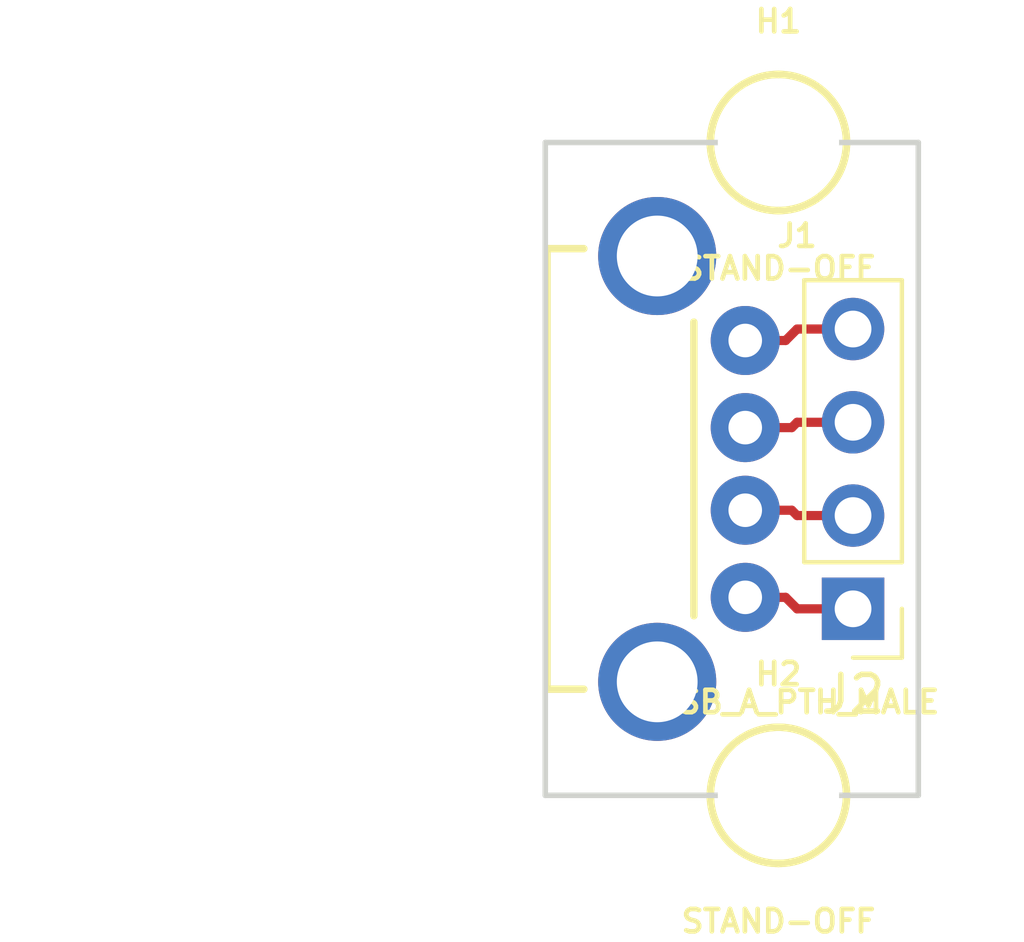
<source format=kicad_pcb>
(kicad_pcb (version 4) (host pcbnew 4.0.7)

  (general
    (links 5)
    (no_connects 1)
    (area 111.948619 105.22778 140.12962 131.18018)
    (thickness 1.6)
    (drawings 4)
    (tracks 12)
    (zones 0)
    (modules 4)
    (nets 6)
  )

  (page A4)
  (layers
    (0 F.Cu signal)
    (31 B.Cu signal)
    (32 B.Adhes user)
    (33 F.Adhes user)
    (34 B.Paste user)
    (35 F.Paste user)
    (36 B.SilkS user)
    (37 F.SilkS user)
    (38 B.Mask user)
    (39 F.Mask user)
    (40 Dwgs.User user)
    (41 Cmts.User user)
    (42 Eco1.User user)
    (43 Eco2.User user)
    (44 Edge.Cuts user)
    (45 Margin user)
    (46 B.CrtYd user)
    (47 F.CrtYd user)
    (48 B.Fab user)
    (49 F.Fab user)
  )

  (setup
    (last_trace_width 0.25)
    (trace_clearance 0.2)
    (zone_clearance 0.508)
    (zone_45_only no)
    (trace_min 0.2)
    (segment_width 0.2)
    (edge_width 0.15)
    (via_size 0.6)
    (via_drill 0.4)
    (via_min_size 0.4)
    (via_min_drill 0.3)
    (uvia_size 0.3)
    (uvia_drill 0.1)
    (uvias_allowed no)
    (uvia_min_size 0.2)
    (uvia_min_drill 0.1)
    (pcb_text_width 0.3)
    (pcb_text_size 1.5 1.5)
    (mod_edge_width 0.15)
    (mod_text_size 1 1)
    (mod_text_width 0.15)
    (pad_size 1.524 1.524)
    (pad_drill 0.762)
    (pad_to_mask_clearance 0.2)
    (aux_axis_origin 0 0)
    (visible_elements 7FFFFFFF)
    (pcbplotparams
      (layerselection 0x01000_00000001)
      (usegerberextensions true)
      (excludeedgelayer true)
      (linewidth 0.100000)
      (plotframeref false)
      (viasonmask false)
      (mode 1)
      (useauxorigin false)
      (hpglpennumber 1)
      (hpglpenspeed 20)
      (hpglpendiameter 15)
      (hpglpenoverlay 2)
      (psnegative false)
      (psa4output false)
      (plotreference false)
      (plotvalue false)
      (plotinvisibletext false)
      (padsonsilk false)
      (subtractmaskfromsilk false)
      (outputformat 1)
      (mirror false)
      (drillshape 0)
      (scaleselection 1)
      (outputdirectory ""))
  )

  (net 0 "")
  (net 1 "Net-(J1-PadD+)")
  (net 2 "Net-(J1-PadD-)")
  (net 3 "Net-(J1-PadGND)")
  (net 4 "Net-(J1-PadSHLD)")
  (net 5 "Net-(J1-PadVBUS)")

  (net_class Default "This is the default net class."
    (clearance 0.2)
    (trace_width 0.25)
    (via_dia 0.6)
    (via_drill 0.4)
    (uvia_dia 0.3)
    (uvia_drill 0.1)
    (add_net "Net-(J1-PadD+)")
    (add_net "Net-(J1-PadD-)")
    (add_net "Net-(J1-PadGND)")
    (add_net "Net-(J1-PadSHLD)")
    (add_net "Net-(J1-PadVBUS)")
  )

  (module Connectors:USB-A-H (layer F.Cu) (tedit 200000) (tstamp 5A95D69C)
    (at 130.048 118.11)
    (descr "USB TYPE 'A' MALE CONNECTOR - PTH")
    (tags "USB TYPE 'A' MALE CONNECTOR - PTH")
    (path /5A95D754)
    (attr virtual)
    (fp_text reference J1 (at 3.81 -6.35) (layer F.SilkS)
      (effects (font (size 0.6096 0.6096) (thickness 0.127)))
    )
    (fp_text value USB_A_PTH_MALE (at 3.81 6.35) (layer F.SilkS)
      (effects (font (size 0.6096 0.6096) (thickness 0.127)))
    )
    (fp_line (start -17.79778 -5.99948) (end -17.79778 5.99948) (layer Dwgs.User) (width 0.2032))
    (fp_line (start -2.99974 -5.99948) (end -2.99974 5.99948) (layer F.SilkS) (width 0.2032))
    (fp_line (start -2.99974 -5.99948) (end -17.79778 -5.99948) (layer Dwgs.User) (width 0.2032))
    (fp_line (start -2.99974 5.99948) (end -17.79778 5.99948) (layer Dwgs.User) (width 0.2032))
    (fp_line (start -2.99974 -5.99948) (end -1.99898 -5.99948) (layer F.SilkS) (width 0.2032))
    (fp_line (start -2.99974 5.99948) (end -1.99898 5.99948) (layer F.SilkS) (width 0.2032))
    (fp_line (start 0.99822 3.99796) (end 0.99822 -3.99796) (layer F.SilkS) (width 0.2032))
    (fp_line (start -13.49756 -4.29768) (end -13.49756 -1.89992) (layer Dwgs.User) (width 0.2032))
    (fp_line (start -13.49756 -1.89992) (end -11.19886 -1.89992) (layer Dwgs.User) (width 0.2032))
    (fp_line (start -11.19886 -1.89992) (end -11.19886 -4.29768) (layer Dwgs.User) (width 0.2032))
    (fp_line (start -11.19886 -4.29768) (end -13.49756 -4.29768) (layer Dwgs.User) (width 0.2032))
    (fp_line (start -13.49756 1.89992) (end -13.49756 4.29768) (layer Dwgs.User) (width 0.2032))
    (fp_line (start -13.49756 4.29768) (end -11.19886 4.29768) (layer Dwgs.User) (width 0.2032))
    (fp_line (start -11.19886 4.29768) (end -11.19886 1.89992) (layer Dwgs.User) (width 0.2032))
    (fp_line (start -11.19886 1.89992) (end -13.49756 1.89992) (layer Dwgs.User) (width 0.2032))
    (fp_text user "PCB Edge" (at -4.5339 -0.67818 90) (layer Dwgs.User)
      (effects (font (size 1.27 1.27) (thickness 0.1016)))
    )
    (pad D+ thru_hole circle (at 2.39776 -1.12522) (size 1.8796 1.8796) (drill 0.9144) (layers *.Cu *.Mask)
      (net 1 "Net-(J1-PadD+)") (solder_mask_margin 0.1016))
    (pad D- thru_hole circle (at 2.39776 1.12522) (size 1.8796 1.8796) (drill 0.9144) (layers *.Cu *.Mask)
      (net 2 "Net-(J1-PadD-)") (solder_mask_margin 0.1016))
    (pad GND thru_hole circle (at 2.39776 -3.49758) (size 1.8796 1.8796) (drill 0.9144) (layers *.Cu *.Mask)
      (net 3 "Net-(J1-PadGND)") (solder_mask_margin 0.1016))
    (pad SHLD thru_hole circle (at 0 5.79882) (size 3.21564 3.21564) (drill 2.19964) (layers *.Cu *.Mask)
      (net 4 "Net-(J1-PadSHLD)") (solder_mask_margin 0.1016))
    (pad SHLD thru_hole circle (at 0 -5.79882) (size 3.21564 3.21564) (drill 2.19964) (layers *.Cu *.Mask)
      (net 4 "Net-(J1-PadSHLD)") (solder_mask_margin 0.1016))
    (pad VBUS thru_hole circle (at 2.39776 3.49758) (size 1.8796 1.8796) (drill 0.9144) (layers *.Cu *.Mask)
      (net 5 "Net-(J1-PadVBUS)") (solder_mask_margin 0.1016))
    (pad "" np_thru_hole circle (at -0.09906 -2.2479) (size 1.09982 1.09982) (drill 1.09982) (layers *.Cu *.Mask)
      (solder_mask_margin 0.1016))
    (pad "" np_thru_hole circle (at -0.09906 2.2479) (size 1.09982 1.09982) (drill 1.09982) (layers *.Cu *.Mask)
      (solder_mask_margin 0.1016))
  )

  (module Pin_Headers:Pin_Header_Straight_1x04_Pitch2.54mm (layer F.Cu) (tedit 59650532) (tstamp 5A95D6F0)
    (at 135.382 121.92 180)
    (descr "Through hole straight pin header, 1x04, 2.54mm pitch, single row")
    (tags "Through hole pin header THT 1x04 2.54mm single row")
    (path /5A95D5B3)
    (fp_text reference J2 (at 0 -2.33 180) (layer F.SilkS)
      (effects (font (size 1 1) (thickness 0.15)))
    )
    (fp_text value Conn_01x04 (at 0 9.95 180) (layer F.Fab)
      (effects (font (size 1 1) (thickness 0.15)))
    )
    (fp_line (start -0.635 -1.27) (end 1.27 -1.27) (layer F.Fab) (width 0.1))
    (fp_line (start 1.27 -1.27) (end 1.27 8.89) (layer F.Fab) (width 0.1))
    (fp_line (start 1.27 8.89) (end -1.27 8.89) (layer F.Fab) (width 0.1))
    (fp_line (start -1.27 8.89) (end -1.27 -0.635) (layer F.Fab) (width 0.1))
    (fp_line (start -1.27 -0.635) (end -0.635 -1.27) (layer F.Fab) (width 0.1))
    (fp_line (start -1.33 8.95) (end 1.33 8.95) (layer F.SilkS) (width 0.12))
    (fp_line (start -1.33 1.27) (end -1.33 8.95) (layer F.SilkS) (width 0.12))
    (fp_line (start 1.33 1.27) (end 1.33 8.95) (layer F.SilkS) (width 0.12))
    (fp_line (start -1.33 1.27) (end 1.33 1.27) (layer F.SilkS) (width 0.12))
    (fp_line (start -1.33 0) (end -1.33 -1.33) (layer F.SilkS) (width 0.12))
    (fp_line (start -1.33 -1.33) (end 0 -1.33) (layer F.SilkS) (width 0.12))
    (fp_line (start -1.8 -1.8) (end -1.8 9.4) (layer F.CrtYd) (width 0.05))
    (fp_line (start -1.8 9.4) (end 1.8 9.4) (layer F.CrtYd) (width 0.05))
    (fp_line (start 1.8 9.4) (end 1.8 -1.8) (layer F.CrtYd) (width 0.05))
    (fp_line (start 1.8 -1.8) (end -1.8 -1.8) (layer F.CrtYd) (width 0.05))
    (fp_text user %R (at 0 3.81 270) (layer F.Fab)
      (effects (font (size 1 1) (thickness 0.15)))
    )
    (pad 1 thru_hole rect (at 0 0 180) (size 1.7 1.7) (drill 1) (layers *.Cu *.Mask)
      (net 5 "Net-(J1-PadVBUS)"))
    (pad 2 thru_hole oval (at 0 2.54 180) (size 1.7 1.7) (drill 1) (layers *.Cu *.Mask)
      (net 2 "Net-(J1-PadD-)"))
    (pad 3 thru_hole oval (at 0 5.08 180) (size 1.7 1.7) (drill 1) (layers *.Cu *.Mask)
      (net 1 "Net-(J1-PadD+)"))
    (pad 4 thru_hole oval (at 0 7.62 180) (size 1.7 1.7) (drill 1) (layers *.Cu *.Mask)
      (net 3 "Net-(J1-PadGND)"))
    (model ${KISYS3DMOD}/Pin_Headers.3dshapes/Pin_Header_Straight_1x04_Pitch2.54mm.wrl
      (at (xyz 0 0 0))
      (scale (xyz 1 1 1))
      (rotate (xyz 0 0 0))
    )
  )

  (module Hardware:STAND-OFF (layer F.Cu) (tedit 200000) (tstamp 5A95DB30)
    (at 133.35 109.22)
    (descr "STANDOFF (#4 SCREW)")
    (tags "STANDOFF (#4 SCREW)")
    (path /5A95DAD3)
    (attr virtual)
    (fp_text reference H1 (at 0 -3.302) (layer F.SilkS)
      (effects (font (size 0.6096 0.6096) (thickness 0.127)))
    )
    (fp_text value STAND-OFF (at 0 3.429) (layer F.SilkS)
      (effects (font (size 0.6096 0.6096) (thickness 0.127)))
    )
    (fp_circle (center 0 0) (end 0 -2.794) (layer F.CrtYd) (width 0.127))
    (fp_arc (start 0 0) (end 0 -1.8542) (angle 180) (layer F.SilkS) (width 0.2032))
    (fp_arc (start 0 0) (end 0 1.8542) (angle 180) (layer F.SilkS) (width 0.2032))
    (fp_arc (start 0 0) (end 0 -1.8542) (angle 180) (layer F.SilkS) (width 0.2032))
    (fp_arc (start 0 0) (end 0 1.8542) (angle 180) (layer F.SilkS) (width 0.2032))
    (pad "" np_thru_hole circle (at 0 0) (size 3.302 3.302) (drill 3.302) (layers *.Cu *.Mask)
      (solder_mask_margin 0.1016))
  )

  (module Hardware:STAND-OFF (layer F.Cu) (tedit 200000) (tstamp 5A95DB35)
    (at 133.35 127)
    (descr "STANDOFF (#4 SCREW)")
    (tags "STANDOFF (#4 SCREW)")
    (path /5A95DAA1)
    (attr virtual)
    (fp_text reference H2 (at 0 -3.302) (layer F.SilkS)
      (effects (font (size 0.6096 0.6096) (thickness 0.127)))
    )
    (fp_text value STAND-OFF (at 0 3.429) (layer F.SilkS)
      (effects (font (size 0.6096 0.6096) (thickness 0.127)))
    )
    (fp_circle (center 0 0) (end 0 -2.794) (layer F.CrtYd) (width 0.127))
    (fp_arc (start 0 0) (end 0 -1.8542) (angle 180) (layer F.SilkS) (width 0.2032))
    (fp_arc (start 0 0) (end 0 1.8542) (angle 180) (layer F.SilkS) (width 0.2032))
    (fp_arc (start 0 0) (end 0 -1.8542) (angle 180) (layer F.SilkS) (width 0.2032))
    (fp_arc (start 0 0) (end 0 1.8542) (angle 180) (layer F.SilkS) (width 0.2032))
    (pad "" np_thru_hole circle (at 0 0) (size 3.302 3.302) (drill 3.302) (layers *.Cu *.Mask)
      (solder_mask_margin 0.1016))
  )

  (gr_line (start 137.16 127) (end 127 127) (angle 90) (layer Edge.Cuts) (width 0.15))
  (gr_line (start 137.16 109.22) (end 137.16 127) (angle 90) (layer Edge.Cuts) (width 0.15))
  (gr_line (start 127 109.22) (end 137.16 109.22) (angle 90) (layer Edge.Cuts) (width 0.15))
  (gr_line (start 127 127) (end 127 109.22) (angle 90) (layer Edge.Cuts) (width 0.15))

  (segment (start 132.44576 116.98478) (end 133.71322 116.98478) (width 0.25) (layer F.Cu) (net 1))
  (segment (start 133.858 116.84) (end 135.382 116.84) (width 0.25) (layer F.Cu) (net 1) (tstamp 5A95D94E))
  (segment (start 133.71322 116.98478) (end 133.858 116.84) (width 0.25) (layer F.Cu) (net 1) (tstamp 5A95D94D))
  (segment (start 132.44576 119.23522) (end 133.71322 119.23522) (width 0.25) (layer F.Cu) (net 2))
  (segment (start 133.858 119.38) (end 135.382 119.38) (width 0.25) (layer F.Cu) (net 2) (tstamp 5A95D952))
  (segment (start 133.71322 119.23522) (end 133.858 119.38) (width 0.25) (layer F.Cu) (net 2) (tstamp 5A95D951))
  (segment (start 132.44576 114.61242) (end 133.54558 114.61242) (width 0.25) (layer F.Cu) (net 3))
  (segment (start 133.858 114.3) (end 135.382 114.3) (width 0.25) (layer F.Cu) (net 3) (tstamp 5A95D94A))
  (segment (start 133.54558 114.61242) (end 133.858 114.3) (width 0.25) (layer F.Cu) (net 3) (tstamp 5A95D949))
  (segment (start 132.44576 121.60758) (end 133.54558 121.60758) (width 0.25) (layer F.Cu) (net 5))
  (segment (start 133.858 121.92) (end 135.382 121.92) (width 0.25) (layer F.Cu) (net 5) (tstamp 5A95D956))
  (segment (start 133.54558 121.60758) (end 133.858 121.92) (width 0.25) (layer F.Cu) (net 5) (tstamp 5A95D955))

)

</source>
